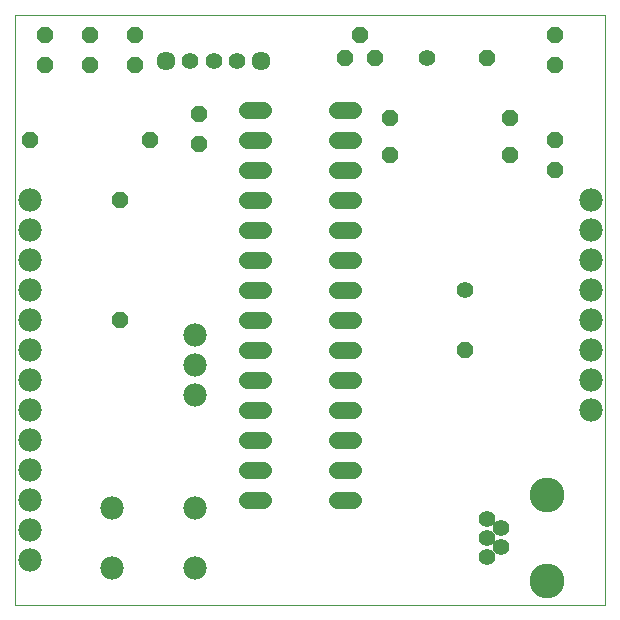
<source format=gts>
G75*
%MOIN*%
%OFA0B0*%
%FSLAX25Y25*%
%IPPOS*%
%LPD*%
%AMOC8*
5,1,8,0,0,1.08239X$1,22.5*
%
%ADD10C,0.00000*%
%ADD11OC8,0.05600*%
%ADD12C,0.05600*%
%ADD13C,0.05550*%
%ADD14C,0.11620*%
%ADD15C,0.05600*%
%ADD16C,0.06337*%
%ADD17C,0.07800*%
D10*
X0001800Y0001800D02*
X0001800Y0198650D01*
X0198650Y0198650D01*
X0198650Y0001800D01*
X0001800Y0001800D01*
D11*
X0036800Y0096800D03*
X0036800Y0136800D03*
X0046800Y0156800D03*
X0063050Y0155550D03*
X0063050Y0165550D03*
X0041800Y0181800D03*
X0041800Y0191800D03*
X0026800Y0191800D03*
X0026800Y0181800D03*
X0011800Y0181800D03*
X0011800Y0191800D03*
X0006800Y0156800D03*
X0111800Y0184300D03*
X0116800Y0191800D03*
X0121800Y0184300D03*
X0126800Y0164300D03*
X0126800Y0151800D03*
X0159300Y0184300D03*
X0166800Y0164300D03*
X0166800Y0151800D03*
X0181800Y0146800D03*
X0181800Y0156800D03*
X0181800Y0181800D03*
X0181800Y0191800D03*
X0151800Y0086800D03*
D12*
X0151800Y0106800D03*
X0139300Y0184300D03*
D13*
X0075924Y0183050D03*
X0068050Y0183050D03*
X0060176Y0183050D03*
X0159221Y0030599D03*
X0163946Y0027450D03*
X0159221Y0024300D03*
X0163946Y0021150D03*
X0159221Y0018001D03*
D14*
X0179300Y0009930D03*
X0179300Y0038670D03*
D15*
X0114400Y0036800D02*
X0109200Y0036800D01*
X0109200Y0046800D02*
X0114400Y0046800D01*
X0114400Y0056800D02*
X0109200Y0056800D01*
X0109200Y0066800D02*
X0114400Y0066800D01*
X0114400Y0076800D02*
X0109200Y0076800D01*
X0109200Y0086800D02*
X0114400Y0086800D01*
X0114400Y0096800D02*
X0109200Y0096800D01*
X0109200Y0106800D02*
X0114400Y0106800D01*
X0114400Y0116800D02*
X0109200Y0116800D01*
X0109200Y0126800D02*
X0114400Y0126800D01*
X0114400Y0136800D02*
X0109200Y0136800D01*
X0109200Y0146800D02*
X0114400Y0146800D01*
X0114400Y0156800D02*
X0109200Y0156800D01*
X0109200Y0166800D02*
X0114400Y0166800D01*
X0084400Y0166800D02*
X0079200Y0166800D01*
X0079200Y0156800D02*
X0084400Y0156800D01*
X0084400Y0146800D02*
X0079200Y0146800D01*
X0079200Y0136800D02*
X0084400Y0136800D01*
X0084400Y0126800D02*
X0079200Y0126800D01*
X0079200Y0116800D02*
X0084400Y0116800D01*
X0084400Y0106800D02*
X0079200Y0106800D01*
X0079200Y0096800D02*
X0084400Y0096800D01*
X0084400Y0086800D02*
X0079200Y0086800D01*
X0079200Y0076800D02*
X0084400Y0076800D01*
X0084400Y0066800D02*
X0079200Y0066800D01*
X0079200Y0056800D02*
X0084400Y0056800D01*
X0084400Y0046800D02*
X0079200Y0046800D01*
X0079200Y0036800D02*
X0084400Y0036800D01*
D16*
X0083798Y0183050D03*
X0052302Y0183050D03*
D17*
X0006800Y0136800D03*
X0006800Y0126800D03*
X0006800Y0116800D03*
X0006800Y0106800D03*
X0006800Y0096800D03*
X0006800Y0086800D03*
X0006800Y0076800D03*
X0006800Y0066800D03*
X0006800Y0056800D03*
X0006800Y0046800D03*
X0006800Y0036800D03*
X0006800Y0026800D03*
X0006800Y0016800D03*
X0034300Y0014300D03*
X0034300Y0034300D03*
X0061800Y0034300D03*
X0061800Y0014300D03*
X0061800Y0071800D03*
X0061800Y0081800D03*
X0061800Y0091800D03*
X0193800Y0086800D03*
X0193800Y0076800D03*
X0193800Y0066800D03*
X0193800Y0096800D03*
X0193800Y0106800D03*
X0193800Y0116800D03*
X0193800Y0126800D03*
X0193800Y0136800D03*
M02*

</source>
